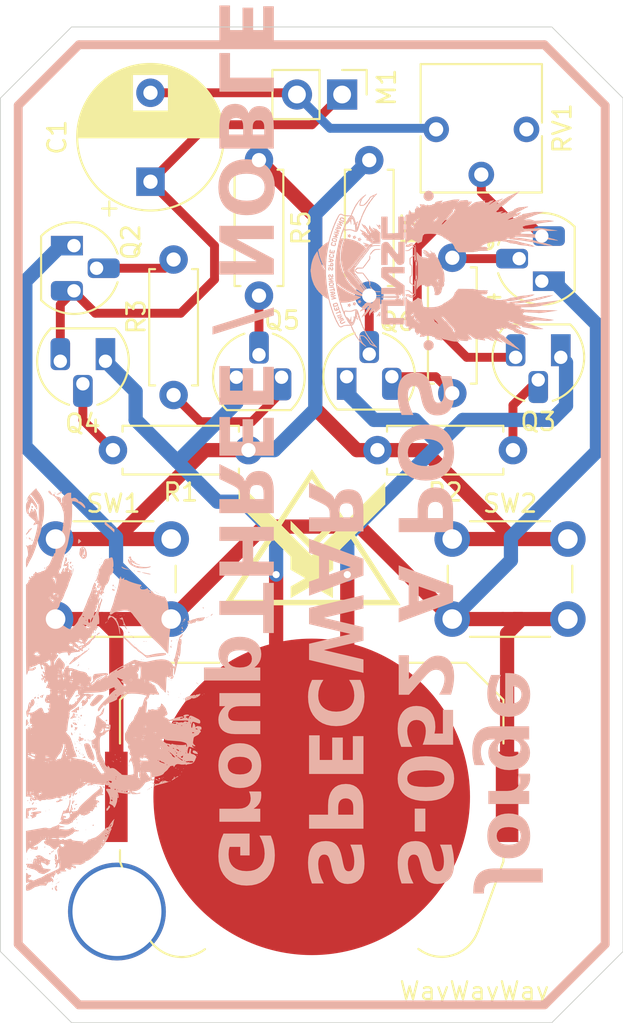
<source format=kicad_pcb>
(kicad_pcb (version 20241229) (generator "pcbnew") (generator_version "9.0")
  (layers (0 "F.Cu" signal) (2 "B.Cu" signal) (13 "F.Paste" user) (15 "B.Paste" user) (5 "F.SilkS" user "F.Silkscreen") (7 "B.SilkS" user "B.Silkscreen") (1 "F.Mask" user) (3 "B.Mask" user) (25 "Edge.Cuts" user))
  (net 0 "")
  (net 1 "Net-(M1--)")
  (net 2 "Net-(M1-+)")
  (net 3 "VCC")
  (net 4 "Net-(Q1-C)")
  (net 5 "Net-(Q1-B)")
  (net 6 "Net-(Q2-B)")
  (net 7 "Net-(Q3-B)")
  (net 8 "GND")
  (net 9 "Net-(Q4-B)")
  (net 10 "Net-(R1-Pad1)")
  (net 11 "Net-(R2-Pad2)")
  (net 13 "Net-(Q5-B)")
  (net 14 "Net-(Q5-C)")
  (net 15 "Net-(Q6-B)")
  (net 16 "Net-(Q6-C)")
  (footprint "Package_TO_SOT_THT:TO-92L_HandSolder" (layer "F.Cu") (at 130.205 87.1 180)
    (property "Reference" "Q4" (at 1.27 -3.5 0) (layer "F.SilkS"))
    (property "Value" "2N3904")
    (pad "1" thru_hole rect (at 0 0 180) (size 1.1 1.8) (drill 0.75 (offset 0 0.4)) (layers "*.Cu" "*.Mask") (net 8 "GND"))
    (pad "2" thru_hole roundrect (at 1.27 -1.27 180) (size 1.1 1.8) (drill 0.75 (offset 0 -0.4)) (layers "*.Cu" "*.Mask") (net 9 "Net-(Q4-B)"))
    (pad "3" thru_hole roundrect (at 2.54 0 180) (size 1.1 1.8) (drill 0.75 (offset 0 0.4)) (layers "*.Cu" "*.Mask") (net 2 "Net-(M1-+)"))
  )
  (footprint "Battery:BatteryHolder_Keystone_3034_1x20mm" (layer "F.Cu") (at 141.8 111.6)
    (property "Reference" "BT1" (hide yes))
    (property "Value" "Battery_Cell")
    (pad "1" smd rect (at -10.985 0) (size 1.27 5.08) (layers "F.Cu" "F.Mask" "F.Paste") (net 3 "VCC"))
    (pad "1" smd rect (at 10.985 0) (size 1.27 5.08) (layers "F.Cu" "F.Mask" "F.Paste") (net 3 "VCC"))
    (pad "2" smd circle (at 0 0) (size 17.8 17.8) (layers "F.Cu" "F.Mask") (net 8 "GND"))
  )
  (footprint "LOGO" (layer "F.Cu") (at 141.8 97)
    (property "Reference" "G***" (hide yes))
    (property "Value" "LOGO" (hide yes))
  )
  (footprint "Resistor_THT:R_Axial_DIN0207_L6.3mm_D2.5mm_P7.62mm_Horizontal" (layer "F.Cu") (at 134.035 89 90)
    (property "Reference" "R3" (at 4.4 -2.1 90) (layer "F.SilkS"))
    (property "Value" "4.7kΩ")
    (pad "1" thru_hole circle (at 0 0 90) (size 1.6 1.6) (drill 0.8) (layers "*.Cu" "*.Mask") (net 14 "Net-(Q5-C)"))
    (pad "2" thru_hole oval (at 7.62 0 90) (size 1.6 1.6) (drill 0.8) (layers "*.Cu" "*.Mask") (net 6 "Net-(Q2-B)"))
  )
  (footprint "Package_TO_SOT_THT:TO-92L_HandSolder" (layer "F.Cu") (at 143.765 87.97)
    (property "Reference" "Q6" (at 2.84 -3.1 0) (layer "F.SilkS"))
    (property "Value" "2N3904")
    (pad "1" thru_hole rect (at 0 0) (size 1.1 1.8) (drill 0.75 (offset 0 0.4)) (layers "*.Cu" "*.Mask") (net 8 "GND"))
    (pad "2" thru_hole roundrect (at 1.27 -1.27) (size 1.1 1.8) (drill 0.75 (offset 0 -0.4)) (layers "*.Cu" "*.Mask") (net 15 "Net-(Q6-B)"))
    (pad "3" thru_hole roundrect (at 2.54 0) (size 1.1 1.8) (drill 0.75 (offset 0 0.4)) (layers "*.Cu" "*.Mask") (net 16 "Net-(Q6-C)"))
  )
  (footprint "Package_TO_SOT_THT:TO-92L_HandSolder" (layer "F.Cu") (at 155.805 86.88 180)
    (property "Reference" "Q3" (at 1.27 -3.62 0) (layer "F.SilkS"))
    (property "Value" "2N3904")
    (pad "1" thru_hole rect (at 0 0 180) (size 1.1 1.8) (drill 0.75 (offset 0 0.4)) (layers "*.Cu" "*.Mask") (net 8 "GND"))
    (pad "2" thru_hole roundrect (at 1.27 -1.27 180) (size 1.1 1.8) (drill 0.75 (offset 0 -0.4)) (layers "*.Cu" "*.Mask") (net 7 "Net-(Q3-B)"))
    (pad "3" thru_hole roundrect (at 2.54 0 180) (size 1.1 1.8) (drill 0.75 (offset 0 0.4)) (layers "*.Cu" "*.Mask") (net 4 "Net-(Q1-C)"))
  )
  (footprint "Package_TO_SOT_THT:TO-92L_HandSolder" (layer "F.Cu") (at 154.735 82.6 90)
    (property "Reference" "Q1" (at 2.6 -3.2 90) (layer "F.SilkS"))
    (property "Value" "2N3906")
    (pad "1" thru_hole rect (at 0 0 90) (size 1.1 1.8) (drill 0.75 (offset 0 0.4)) (layers "*.Cu" "*.Mask") (net 3 "VCC"))
    (pad "2" thru_hole roundrect (at 1.27 -1.27 90) (size 1.1 1.8) (drill 0.75 (offset 0 -0.4)) (layers "*.Cu" "*.Mask") (net 5 "Net-(Q1-B)"))
    (pad "3" thru_hole roundrect (at 2.54 0 90) (size 1.1 1.8) (drill 0.75 (offset 0 0.4)) (layers "*.Cu" "*.Mask") (net 4 "Net-(Q1-C)"))
  )
  (footprint "Connector_PinHeader_2.54mm:PinHeader_1x02_P2.54mm_Vertical" (layer "F.Cu") (at 143.51 72.1 -90)
    (property "Reference" "M1" (at -0.4 -2.5 90) (layer "F.SilkS"))
    (property "Value" "Motor_DC")
    (pad "1" thru_hole rect (at 0 0 270) (size 1.7 1.7) (drill 1) (layers "*.Cu" "*.Mask") (net 2 "Net-(M1-+)"))
    (pad "2" thru_hole circle (at 0 2.54 270) (size 1.7 1.7) (drill 1) (layers "*.Cu" "*.Mask") (net 1 "Net-(M1--)"))
  )
  (footprint "Resistor_THT:R_Axial_DIN0207_L6.3mm_D2.5mm_P7.62mm_Horizontal" (layer "F.Cu") (at 138.835 75.79 -90)
    (property "Reference" "R5" (at 3.81 -2.37 90) (layer "F.SilkS"))
    (property "Value" "47kΩ")
    (pad "1" thru_hole circle (at 0 0 270) (size 1.6 1.6) (drill 0.8) (layers "*.Cu" "*.Mask") (net 11 "Net-(R2-Pad2)"))
    (pad "2" thru_hole oval (at 7.62 0 270) (size 1.6 1.6) (drill 0.8) (layers "*.Cu" "*.Mask") (net 13 "Net-(Q5-B)"))
  )
  (footprint "Resistor_THT:R_Axial_DIN0207_L6.3mm_D2.5mm_P7.62mm_Horizontal" (layer "F.Cu") (at 149.705 81.28 -90)
    (property "Reference" "R4" (at 2.91 -2.23 90) (layer "F.SilkS"))
    (property "Value" "4.7kΩ")
    (pad "1" thru_hole circle (at 0 0 270) (size 1.6 1.6) (drill 0.8) (layers "*.Cu" "*.Mask") (net 5 "Net-(Q1-B)"))
    (pad "2" thru_hole oval (at 7.62 0 270) (size 1.6 1.6) (drill 0.8) (layers "*.Cu" "*.Mask") (net 16 "Net-(Q6-C)"))
  )
  (footprint "Button_Switch_THT:SW_PUSH_6mm_H5mm" (layer "F.Cu") (at 149.7 97.1)
    (property "Reference" "SW2" (at 3.25 -2 0) (layer "F.SilkS"))
    (property "Value" "SW_Push")
    (pad "1" thru_hole circle (at 0 0 90) (size 2 2) (drill 1.1) (layers "*.Cu" "*.Mask") (net 11 "Net-(R2-Pad2)"))
    (pad "1" thru_hole circle (at 6.5 0 90) (size 2 2) (drill 1.1) (layers "*.Cu" "*.Mask") (net 11 "Net-(R2-Pad2)"))
    (pad "2" thru_hole circle (at 0 4.5 90) (size 2 2) (drill 1.1) (layers "*.Cu" "*.Mask") (net 3 "VCC"))
    (pad "2" thru_hole circle (at 6.5 4.5 90) (size 2 2) (drill 1.1) (layers "*.Cu" "*.Mask") (net 3 "VCC"))
  )
  (footprint "Package_TO_SOT_THT:TO-92L_HandSolder" (layer "F.Cu") (at 128.435 80.6 -90)
    (property "Reference" "Q2" (at -0.2 -3.2 90) (layer "F.SilkS"))
    (property "Value" "2N3906")
    (pad "1" thru_hole rect (at 0 0 270) (size 1.1 1.8) (drill 0.75 (offset 0 0.4)) (layers "*.Cu" "*.Mask") (net 3 "VCC"))
    (pad "2" thru_hole roundrect (at 1.27 -1.27 270) (size 1.1 1.8) (drill 0.75 (offset 0 -0.4)) (layers "*.Cu" "*.Mask") (net 6 "Net-(Q2-B)"))
    (pad "3" thru_hole roundrect (at 2.54 0 270) (size 1.1 1.8) (drill 0.75 (offset 0 0.4)) (layers "*.Cu" "*.Mask") (net 2 "Net-(M1-+)"))
  )
  (footprint "Resistor_THT:R_Axial_DIN0207_L6.3mm_D2.5mm_P7.62mm_Horizontal" (layer "F.Cu") (at 145.035 75.79 -90)
    (property "Reference" "R6" (at 3.81 -2.37 90) (layer "F.SilkS"))
    (property "Value" "47kΩ")
    (pad "1" thru_hole circle (at 0 0 270) (size 1.6 1.6) (drill 0.8) (layers "*.Cu" "*.Mask") (net 10 "Net-(R1-Pad1)"))
    (pad "2" thru_hole oval (at 7.62 0 270) (size 1.6 1.6) (drill 0.8) (layers "*.Cu" "*.Mask") (net 15 "Net-(Q6-B)"))
  )
  (footprint "Resistor_THT:R_Axial_DIN0207_L6.3mm_D2.5mm_P7.62mm_Horizontal" (layer "F.Cu") (at 138.245 92.1 180)
    (property "Reference" "R1" (at 3.81 -2.37 0) (layer "F.SilkS"))
    (property "Value" "4.7kΩ")
    (pad "1" thru_hole circle (at 0 0 180) (size 1.6 1.6) (drill 0.8) (layers "*.Cu" "*.Mask") (net 10 "Net-(R1-Pad1)"))
    (pad "2" thru_hole oval (at 7.62 0 180) (size 1.6 1.6) (drill 0.8) (layers "*.Cu" "*.Mask") (net 9 "Net-(Q4-B)"))
  )
  (footprint "Button_Switch_THT:SW_PUSH_6mm_H5mm" (layer "F.Cu") (at 133.9 101.6 180)
    (property "Reference" "SW1" (at 3.25 6.5 0) (layer "F.SilkS"))
    (property "Value" "SW_Push")
    (pad "1" thru_hole circle (at 0 0 270) (size 2 2) (drill 1.1) (layers "*.Cu" "*.Mask") (net 3 "VCC"))
    (pad "1" thru_hole circle (at 6.5 0 270) (size 2 2) (drill 1.1) (layers "*.Cu" "*.Mask") (net 3 "VCC"))
    (pad "2" thru_hole circle (at 0 4.5 270) (size 2 2) (drill 1.1) (layers "*.Cu" "*.Mask") (net 10 "Net-(R1-Pad1)"))
    (pad "2" thru_hole circle (at 6.5 4.5 270) (size 2 2) (drill 1.1) (layers "*.Cu" "*.Mask") (net 10 "Net-(R1-Pad1)"))
  )
  (footprint "Potentiometer_THT:Potentiometer_Vishay_T73YP_Vertical" (layer "F.Cu") (at 148.795 74.06 -90)
    (property "Reference" "RV1" (at -0.06 -7.09 90) (layer "F.SilkS"))
    (property "Value" "R_Potentiometer")
    (pad "1" thru_hole circle (at 0 0 270) (size 1.44 1.44) (drill 0.8) (layers "*.Cu" "*.Mask") (net 1 "Net-(M1--)"))
    (pad "2" thru_hole circle (at 2.54 -2.54 270) (size 1.44 1.44) (drill 0.8) (layers "*.Cu" "*.Mask") (net 4 "Net-(Q1-C)"))
    (pad "3" thru_hole circle (at 0 -5.08 270) (size 1.44 1.44) (drill 0.8) (layers "*.Cu" "*.Mask"))
  )
  (footprint "Resistor_THT:R_Axial_DIN0207_L6.3mm_D2.5mm_P7.62mm_Horizontal" (layer "F.Cu") (at 153.115 92.1 180)
    (property "Reference" "R2" (at 3.81 -2.37 0) (layer "F.SilkS"))
    (property "Value" "4.7kΩ")
    (pad "1" thru_hole circle (at 0 0 180) (size 1.6 1.6) (drill 0.8) (layers "*.Cu" "*.Mask") (net 7 "Net-(Q3-B)"))
    (pad "2" thru_hole oval (at 7.62 0 180) (size 1.6 1.6) (drill 0.8) (layers "*.Cu" "*.Mask") (net 11 "Net-(R2-Pad2)"))
  )
  (footprint "Capacitor_THT:CP_Radial_D8.0mm_P5.00mm" (layer "F.Cu") (at 132.735 77.002651 90)
    (property "Reference" "C1" (at 2.5 -5.25 90) (layer "F.SilkS"))
    (property "Value" "10μF")
    (pad "1" thru_hole rect (at 0 0 90) (size 1.6 1.6) (drill 0.8) (layers "*.Cu" "*.Mask") (net 2 "Net-(M1-+)"))
    (pad "2" thru_hole circle (at 5 0 90) (size 1.6 1.6) (drill 0.8) (layers "*.Cu" "*.Mask") (net 1 "Net-(M1--)"))
  )
  (footprint "Package_TO_SOT_THT:TO-92L_HandSolder" (layer "F.Cu") (at 137.565 88)
    (property "Reference" "Q5" (at 2.57 -3.2 0) (layer "F.SilkS"))
    (property "Value" "2N3904")
    (pad "1" thru_hole rect (at 0 0) (size 1.1 1.8) (drill 0.75 (offset 0 0.4)) (layers "*.Cu" "*.Mask") (net 8 "GND"))
    (pad "2" thru_hole roundrect (at 1.27 -1.27) (size 1.1 1.8) (drill 0.75 (offset 0 -0.4)) (layers "*.Cu" "*.Mask") (net 13 "Net-(Q5-B)"))
    (pad "3" thru_hole roundrect (at 2.54 0) (size 1.1 1.8) (drill 0.75 (offset 0 0.4)) (layers "*.Cu" "*.Mask") (net 14 "Net-(Q5-C)"))
  )
  (footprint "LOGO" (layer "B.Cu") (at 131.2 106.6 90)
    (property "Reference" "G***" (hide yes))
    (property "Value" "LOGO" (hide yes))
  )
  (footprint "LOGO" (layer "B.Cu") (at 148.7 82 90)
    (property "Reference" "G***" (hide yes))
    (property "Value" "LOGO" (hide yes))
  )
  (gr_line (start 128.714214 69.3) (end 125.3 72.714214) (stroke (width 0.5)) (layer "B.SilkS"))
  (gr_line (start 154.885786 69.3) (end 128.714214 69.3) (stroke (width 0.5)) (layer "B.SilkS"))
  (gr_line (start 158.3 72.714214) (end 154.885786 69.3) (stroke (width 0.5)) (layer "B.SilkS"))
  (gr_line (start 125.3 119.885786) (end 128.714214 123.3) (stroke (width 0.5)) (layer "B.SilkS"))
  (gr_line (start 158.3 119.885786) (end 158.3 72.714214) (stroke (width 0.5)) (layer "B.SilkS"))
  (gr_line (start 154.885786 123.3) (end 158.3 119.885786) (stroke (width 0.5)) (layer "B.SilkS"))
  (gr_line (start 128.714214 123.3) (end 154.885786 123.3) (stroke (width 0.5)) (layer "B.SilkS"))
  (gr_line (start 125.3 72.714214) (end 125.3 119.885786) (stroke (width 0.5)) (layer "B.SilkS"))
  (gr_line (start 128.3 124.3) (end 155.3 124.3) (stroke (width 0.05)) (layer "Edge.Cuts"))
  (gr_line (start 159.3 72.3) (end 159.3 120.3) (stroke (width 0.05)) (layer "Edge.Cuts"))
  (gr_line (start 124.3 120.3) (end 124.3 72.3) (stroke (width 0.05)) (layer "Edge.Cuts"))
  (gr_line (start 128.3 124.3) (end 124.3 120.3) (stroke (width 0.05)) (layer "Edge.Cuts"))
  (gr_line (start 128.3 68.3) (end 124.3 72.3) (stroke (width 0.05)) (layer "Edge.Cuts"))
  (gr_line (start 155.3 68.3) (end 159.3 72.3) (stroke (width 0.05)) (layer "Edge.Cuts"))
  (gr_line (start 155.3 124.3) (end 159.3 120.3) (stroke (width 0.05)) (layer "Edge.Cuts"))
  (gr_line (start 155.3 68.3) (end 128.3 68.3) (stroke (width 0.05)) (layer "Edge.Cuts"))
  (gr_text "WayWayWay" (at 146.65 123.1 0) (layer "F.SilkS") (effects (font (size 1 1) (thickness 0.125)) (justify left bottom)))
  (gr_text "Jorge\nS-052 A POS\nSPECWAR\nGroupTHREE / NOBLE" (at 136.1 116.8 270) (layer "B.SilkS") (effects (font (size 3 3) (thickness 0.55) (bold yes)) (justify left bottom mirror)))
  (via (at 130.85 118.05) (size 5.5) (drill 5) (layers "F.Cu" "B.Cu") (net 0))
  (segment (start 140.872651 72.002651) (end 140.97 72.1) (width 0.5) (layer "F.Cu") (net 1))
  (segment (start 132.735 72.002651) (end 140.872651 72.002651) (width 0.5) (layer "F.Cu") (net 1))
  (segment (start 142.835 74) (end 148.735 74) (width 0.5) (layer "B.Cu") (net 1))
  (segment (start 140.97 72.135) (end 142.835 74) (width 0.5) (layer "B.Cu") (net 1))
  (segment (start 140.97 72.1) (end 140.97 72.135) (width 0.5) (layer "B.Cu") (net 1))
  (segment (start 148.735 74) (end 148.795 74.06) (width 0.5) (layer "B.Cu") (net 1))
  (segment (start 128.435 83.14) (end 128.435 83.2) (width 0.5) (layer "F.Cu") (net 2))
  (segment (start 141.81 73.8) (end 135.937651 73.8) (width 0.5) (layer "F.Cu") (net 2))
  (segment (start 132.737651 77.002651) (end 132.735 77.002651) (width 0.5) (layer "F.Cu") (net 2))
  (segment (start 128.435 83.2) (end 129.635 84.4) (width 0.5) (layer "F.Cu") (net 2))
  (segment (start 134.435 84.4) (end 136.335 82.5) (width 0.5) (layer "F.Cu") (net 2))
  (segment (start 129.635 84.4) (end 134.435 84.4) (width 0.5) (layer "F.Cu") (net 2))
  (segment (start 143.51 72.1) (end 141.81 73.8) (width 0.5) (layer "F.Cu") (net 2))
  (segment (start 135.937651 73.8) (end 132.735 77.002651) (width 0.5) (layer "F.Cu") (net 2))
  (segment (start 127.665 83.91) (end 127.665 87.1) (width 0.5) (layer "F.Cu") (net 2))
  (segment (start 128.435 83.14) (end 127.665 83.91) (width 0.5) (layer "F.Cu") (net 2))
  (segment (start 136.335 80.6) (end 132.737651 77.002651) (width 0.5) (layer "F.Cu") (net 2))
  (segment (start 136.335 82.5) (end 136.335 80.6) (width 0.5) (layer "F.Cu") (net 2))
  (segment (start 130.7 101.6) (end 133.9 101.6) (width 0.8) (layer "F.Cu") (net 3))
  (segment (start 152.785 102.415) (end 152.785 111.6) (width 0.8) (layer "F.Cu") (net 3))
  (segment (start 139.1 96.4) (end 133.9 101.6) (width 0.8) (layer "F.Cu") (net 3))
  (segment (start 152.535 101.6) (end 153.2 101.6) (width 0.8) (layer "F.Cu") (net 3))
  (segment (start 149.7 101.6) (end 152.535 101.6) (width 0.8) (layer "F.Cu") (net 3))
  (segment (start 144.5 96.4) (end 139.1 96.4) (width 0.8) (layer "F.Cu") (net 3))
  (segment (start 130.815 102.415) (end 130.815 111.6) (width 0.8) (layer "F.Cu") (net 3))
  (segment (start 149.7 101.6) (end 144.5 96.4) (width 0.8) (layer "F.Cu") (net 3))
  (segment (start 153.6 101.6) (end 152.785 102.415) (width 0.8) (layer "F.Cu") (net 3))
  (segment (start 153.2 101.6) (end 153.6 101.6) (width 0.8) (layer "F.Cu") (net 3))
  (segment (start 130 101.6) (end 130.815 102.415) (width 0.8) (layer "F.Cu") (net 3))
  (segment (start 127.4 101.6) (end 130.7 101.6) (width 0.8) (layer "F.Cu") (net 3))
  (segment (start 153.2 101.6) (end 156.2 101.6) (width 0.8) (layer "F.Cu") (net 3))
  (segment (start 130.8 97) (end 130.8 98.6) (width 0.8) (layer "B.Cu") (net 3))
  (segment (start 125.7 91.9) (end 130.8 97) (width 0.8) (layer "B.Cu") (net 3))
  (segment (start 125.7 82.6) (end 125.7 91.9) (width 0.8) (layer "B.Cu") (net 3))
  (segment (start 157.835 92.165) (end 153 97) (width 0.8) (layer "B.Cu") (net 3))
  (segment (start 153 97) (end 153 98.3) (width 0.8) (layer "B.Cu") (net 3))
  (segment (start 157.835 85.035) (end 157.835 92.165) (width 0.8) (layer "B.Cu") (net 3))
  (segment (start 155.4 82.6) (end 157.835 85.035) (width 0.8) (layer "B.Cu") (net 3))
  (segment (start 133.8 101.6) (end 133.9 101.6) (width 0.8) (layer "B.Cu") (net 3))
  (segment (start 127.7 80.6) (end 125.7 82.6) (width 0.8) (layer "B.Cu") (net 3))
  (segment (start 149.385 101.6) (end 149.7 101.6) (width 0.8) (layer "B.Cu") (net 3))
  (segment (start 130.8 98.6) (end 133.8 101.6) (width 0.8) (layer "B.Cu") (net 3))
  (segment (start 154.735 82.6) (end 155.4 82.6) (width 0.8) (layer "B.Cu") (net 3))
  (segment (start 128.435 80.6) (end 127.7 80.6) (width 0.8) (layer "B.Cu") (net 3))
  (segment (start 153 98.3) (end 149.7 101.6) (width 0.8) (layer "B.Cu") (net 3))
  (segment (start 149.035 79.4) (end 154.075 79.4) (width 0.5) (layer "F.Cu") (net 4))
  (segment (start 150.515 86.88) (end 147.735 84.1) (width 0.5) (layer "F.Cu") (net 4))
  (segment (start 147.735 80.7) (end 149.035 79.4) (width 0.5) (layer "F.Cu") (net 4))
  (segment (start 153.265 86.88) (end 150.515 86.88) (width 0.5) (layer "F.Cu") (net 4))
  (segment (start 153.135 79.4) (end 151.335 77.6) (width 0.5) (layer "F.Cu") (net 4))
  (segment (start 147.735 84.1) (end 147.735 80.7) (width 0.5) (layer "F.Cu") (net 4))
  (segment (start 151.335 77.6) (end 151.335 76.6) (width 0.5) (layer "F.Cu") (net 4))
  (segment (start 154.075 79.4) (end 153.135 79.4) (width 0.5) (layer "F.Cu") (net 4))
  (segment (start 154.075 79.4) (end 154.735 80.06) (width 0.5) (layer "F.Cu") (net 4))
  (segment (start 153.265 86.88) (end 153.245 86.9) (width 0.5) (layer "B.Cu") (net 4))
  (segment (start 153.465 81.33) (end 149.755 81.33) (width 0.5) (layer "F.Cu") (net 5))
  (segment (start 149.755 81.33) (end 149.705 81.28) (width 0.5) (layer "F.Cu") (net 5))
  (segment (start 133.545 81.87) (end 134.035 81.38) (width 0.5) (layer "F.Cu") (net 6))
  (segment (start 129.705 81.87) (end 133.545 81.87) (width 0.5) (layer "F.Cu") (net 6))
  (segment (start 153.115 89.57) (end 153.115 92.1) (width 0.5) (layer "F.Cu") (net 7))
  (segment (start 154.535 88.15) (end 153.115 89.57) (width 0.5) (layer "F.Cu") (net 7))
  (segment (start 143.8 99.1) (end 143.8 109.9) (width 0.8) (layer "F.Cu") (net 8))
  (segment (start 142.1 111.6) (end 141.8 111.3) (width 0.8) (layer "F.Cu") (net 8))
  (segment (start 139.8 109.6) (end 141.8 111.6) (width 0.8) (layer "F.Cu") (net 8))
  (segment (start 139.8 99.1) (end 139.8 109.6) (width 0.8) (layer "F.Cu") (net 8))
  (segment (start 143.8 109.9) (end 142.1 111.6) (width 0.8) (layer "F.Cu") (net 8))
  (via (at 143.8 99.1) (size 0.75) (drill 0.4) (layers "F.Cu" "B.Cu") (net 8))
  (via (at 139.8 99.1) (size 0.75) (drill 0.4) (layers "F.Cu" "B.Cu") (net 8))
  (segment (start 131.9 90.4) (end 134.25 92.75) (width 0.8) (layer "B.Cu") (net 8))
  (segment (start 150.3 90.4) (end 148.95 91.75) (width 0.8) (layer "B.Cu") (net 8))
  (segment (start 143.765 87.97) (end 143.765 88.865) (width 0.8) (layer "B.Cu") (net 8))
  (segment (start 156.1 89.6) (end 155.3 90.4) (width 0.8) (layer "B.Cu") (net 8))
  (segment (start 156.1 87.175) (end 156.1 89.6) (width 0.8) (layer "B.Cu") (net 8))
  (segment (start 145.3 90.4) (end 147.6 90.4) (width 0.8) (layer "B.Cu") (net 8))
  (segment (start 143.8 99.1) (end 143.8 96.9) (width 0.8) (layer "B.Cu") (net 8))
  (segment (start 137.95 95) (end 136.5 95) (width 0.8) (layer "B.Cu") (net 8))
  (segment (start 155.805 86.88) (end 156.1 87.175) (width 0.8) (layer "B.Cu") (net 8))
  (segment (start 130.205 87.1) (end 131.9 88.795) (width 0.8) (layer "B.Cu") (net 8))
  (segment (start 143.765 88.865) (end 145.3 90.4) (width 0.8) (layer "B.Cu") (net 8))
  (segment (start 155.3 90.4) (end 150.3 90.4) (width 0.8) (layer "B.Cu") (net 8))
  (segment (start 139.8 96.85) (end 137.95 95) (width 0.8) (layer "B.Cu") (net 8))
  (segment (start 143.8 96.9) (end 148.95 91.75) (width 0.8) (layer "B.Cu") (net 8))
  (segment (start 131.9 88.795) (end 131.9 90.4) (width 0.8) (layer "B.Cu") (net 8))
  (segment (start 139.8 99.1) (end 139.8 96.85) (width 0.8) (layer "B.Cu") (net 8))
  (segment (start 137.565 88) (end 137.565 89.435) (width 0.8) (layer "B.Cu") (net 8))
  (segment (start 147.6 90.4) (end 148.95 91.75) (width 0.8) (layer "B.Cu") (net 8))
  (segment (start 137.565 89.435) (end 134.25 92.75) (width 0.8) (layer "B.Cu") (net 8))
  (segment (start 136.5 95) (end 134.25 92.75) (width 0.8) (layer "B.Cu") (net 8))
  (segment (start 128.935 90.41) (end 130.625 92.1) (width 0.5) (layer "F.Cu") (net 9))
  (segment (start 128.935 88.37) (end 128.935 90.41) (width 0.5) (layer "F.Cu") (net 9))
  (segment (start 127.4 97.1) (end 130.8 97.1) (width 0.8) (layer "F.Cu") (net 10))
  (segment (start 135.8 92.1) (end 130.8 97.1) (width 0.8) (layer "F.Cu") (net 10))
  (segment (start 138.245 92.1) (end 135.8 92.1) (width 0.8) (layer "F.Cu") (net 10))
  (segment (start 130.8 97.1) (end 133.9 97.1) (width 0.8) (layer "F.Cu") (net 10))
  (segment (start 142 78.825) (end 145.035 75.79) (width 0.8) (layer "B.Cu") (net 10))
  (segment (start 142 89.8) (end 142 78.825) (width 0.8) (layer "B.Cu") (net 10))
  (segment (start 139.7 92.1) (end 142 89.8) (width 0.8) (layer "B.Cu") (net 10))
  (segment (start 138.245 92.1) (end 139.7 92.1) (width 0.8) (layer "B.Cu") (net 10))
  (segment (start 148.1 92.1) (end 153.1 97.1) (width 0.8) (layer "F.Cu") (net 11))
  (segment (start 149.7 97.1) (end 153.1 97.1) (width 0.8) (layer "F.Cu") (net 11))
  (segment (start 142 78.955) (end 138.835 75.79) (width 0.8) (layer "F.Cu") (net 11))
  (segment (start 145.495 92.1) (end 148.1 92.1) (width 0.8) (layer "F.Cu") (net 11))
  (segment (start 142 89.765) (end 142 78.955) (width 0.8) (layer "F.Cu") (net 11))
  (segment (start 144.335 92.1) (end 142 89.765) (width 0.8) (layer "F.Cu") (net 11))
  (segment (start 153.1 97.1) (end 156.2 97.1) (width 0.8) (layer "F.Cu") (net 11))
  (segment (start 145.495 92.1) (end 144.335 92.1) (width 0.8) (layer "F.Cu") (net 11))
  (segment (start 138.835 86.73) (end 138.835 83.41) (width 0.5) (layer "F.Cu") (net 13))
  (segment (start 140.105 88) (end 140.105 88.83) (width 0.5) (layer "F.Cu") (net 14))
  (segment (start 135.535 90.5) (end 134.035 89) (width 0.5) (layer "F.Cu") (net 14))
  (segment (start 140.105 88.83) (end 138.435 90.5) (width 0.5) (layer "F.Cu") (net 14))
  (segment (start 138.435 90.5) (end 135.535 90.5) (width 0.5) (layer "F.Cu") (net 14))
  (segment (start 145.035 86.7) (end 145.035 83.41) (width 0.5) (layer "F.Cu") (net 15))
  (segment (start 148.775 87.97) (end 149.705 88.9) (width 0.5) (layer "F.Cu") (net 16))
  (segment (start 146.305 87.97) (end 148.775 87.97) (width 0.5) (layer "F.Cu") (net 16))
)
</source>
